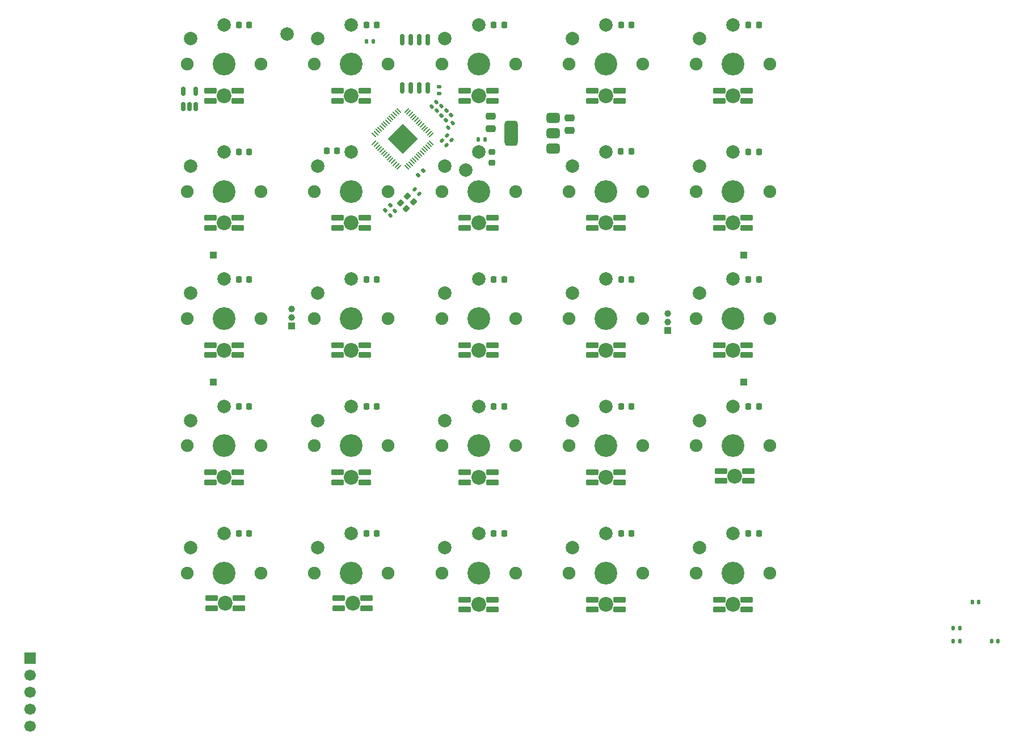
<source format=gbr>
%TF.GenerationSoftware,KiCad,Pcbnew,9.0.2*%
%TF.CreationDate,2026-01-24T20:07:03+01:00*%
%TF.ProjectId,Keymodule,4b65796d-6f64-4756-9c65-2e6b69636164,rev?*%
%TF.SameCoordinates,Original*%
%TF.FileFunction,Soldermask,Top*%
%TF.FilePolarity,Negative*%
%FSLAX46Y46*%
G04 Gerber Fmt 4.6, Leading zero omitted, Abs format (unit mm)*
G04 Created by KiCad (PCBNEW 9.0.2) date 2026-01-24 20:07:03*
%MOMM*%
%LPD*%
G01*
G04 APERTURE LIST*
G04 Aperture macros list*
%AMRoundRect*
0 Rectangle with rounded corners*
0 $1 Rounding radius*
0 $2 $3 $4 $5 $6 $7 $8 $9 X,Y pos of 4 corners*
0 Add a 4 corners polygon primitive as box body*
4,1,4,$2,$3,$4,$5,$6,$7,$8,$9,$2,$3,0*
0 Add four circle primitives for the rounded corners*
1,1,$1+$1,$2,$3*
1,1,$1+$1,$4,$5*
1,1,$1+$1,$6,$7*
1,1,$1+$1,$8,$9*
0 Add four rect primitives between the rounded corners*
20,1,$1+$1,$2,$3,$4,$5,0*
20,1,$1+$1,$4,$5,$6,$7,0*
20,1,$1+$1,$6,$7,$8,$9,0*
20,1,$1+$1,$8,$9,$2,$3,0*%
%AMRotRect*
0 Rectangle, with rotation*
0 The origin of the aperture is its center*
0 $1 length*
0 $2 width*
0 $3 Rotation angle, in degrees counterclockwise*
0 Add horizontal line*
21,1,$1,$2,0,0,$3*%
G04 Aperture macros list end*
%ADD10RoundRect,0.218750X-0.218750X-0.256250X0.218750X-0.256250X0.218750X0.256250X-0.218750X0.256250X0*%
%ADD11C,2.200000*%
%ADD12RoundRect,0.123000X-0.777000X-0.287000X0.777000X-0.287000X0.777000X0.287000X-0.777000X0.287000X0*%
%ADD13RoundRect,0.150000X0.150000X-0.512500X0.150000X0.512500X-0.150000X0.512500X-0.150000X-0.512500X0*%
%ADD14RoundRect,0.140000X0.219203X0.021213X0.021213X0.219203X-0.219203X-0.021213X-0.021213X-0.219203X0*%
%ADD15R,1.000000X1.000000*%
%ADD16C,1.000000*%
%ADD17RoundRect,0.050000X-0.309359X0.238649X0.238649X-0.309359X0.309359X-0.238649X-0.238649X0.309359X0*%
%ADD18RoundRect,0.050000X-0.309359X-0.238649X-0.238649X-0.309359X0.309359X0.238649X0.238649X0.309359X0*%
%ADD19RotRect,3.200000X3.200000X315.000000*%
%ADD20RoundRect,0.140000X0.021213X-0.219203X0.219203X-0.021213X-0.021213X0.219203X-0.219203X0.021213X0*%
%ADD21RoundRect,0.375000X0.625000X0.375000X-0.625000X0.375000X-0.625000X-0.375000X0.625000X-0.375000X0*%
%ADD22RoundRect,0.500000X0.500000X1.400000X-0.500000X1.400000X-0.500000X-1.400000X0.500000X-1.400000X0*%
%ADD23RoundRect,0.218750X-0.256250X0.218750X-0.256250X-0.218750X0.256250X-0.218750X0.256250X0.218750X0*%
%ADD24RoundRect,0.140000X-0.021213X0.219203X-0.219203X0.021213X0.021213X-0.219203X0.219203X-0.021213X0*%
%ADD25RoundRect,0.162500X-0.162500X0.650000X-0.162500X-0.650000X0.162500X-0.650000X0.162500X0.650000X0*%
%ADD26RoundRect,0.135000X-0.135000X-0.185000X0.135000X-0.185000X0.135000X0.185000X-0.135000X0.185000X0*%
%ADD27RoundRect,0.140000X-0.140000X-0.170000X0.140000X-0.170000X0.140000X0.170000X-0.140000X0.170000X0*%
%ADD28C,2.000000*%
%ADD29RoundRect,0.135000X0.035355X-0.226274X0.226274X-0.035355X-0.035355X0.226274X-0.226274X0.035355X0*%
%ADD30RoundRect,0.140000X-0.219203X-0.021213X-0.021213X-0.219203X0.219203X0.021213X0.021213X0.219203X0*%
%ADD31RoundRect,0.218750X0.218750X0.256250X-0.218750X0.256250X-0.218750X-0.256250X0.218750X-0.256250X0*%
%ADD32R,1.700000X1.700000*%
%ADD33C,1.700000*%
%ADD34RoundRect,0.250000X0.475000X-0.250000X0.475000X0.250000X-0.475000X0.250000X-0.475000X-0.250000X0*%
%ADD35RoundRect,0.200000X-0.035355X-0.318198X0.318198X0.035355X0.035355X0.318198X-0.318198X-0.035355X0*%
%ADD36RoundRect,0.140000X0.170000X-0.140000X0.170000X0.140000X-0.170000X0.140000X-0.170000X-0.140000X0*%
%ADD37RoundRect,0.250000X-0.475000X0.250000X-0.475000X-0.250000X0.475000X-0.250000X0.475000X0.250000X0*%
%ADD38C,1.900000*%
%ADD39C,3.400000*%
G04 APERTURE END LIST*
D10*
%TO.C,D16*%
X102262500Y-113120000D03*
X103837500Y-113120000D03*
%TD*%
D11*
%TO.C,L3*%
X100000000Y-66700000D03*
D12*
X102040000Y-65950000D03*
X102040000Y-67450000D03*
X97960000Y-67450000D03*
X97960000Y-65950000D03*
%TD*%
D10*
%TO.C,D17*%
X102262500Y-132120000D03*
X103837500Y-132120000D03*
%TD*%
D13*
%TO.C,U2*%
X55900000Y-68300000D03*
X56850000Y-68300000D03*
X57800000Y-68300000D03*
X57800000Y-66025000D03*
X55900000Y-66025000D03*
%TD*%
D14*
%TO.C,C13*%
X91165757Y-81393827D03*
X90486935Y-80715005D03*
%TD*%
D10*
%TO.C,D21*%
X83262500Y-113120000D03*
X84837500Y-113120000D03*
%TD*%
D11*
%TO.C,L11*%
X62000000Y-104700000D03*
D12*
X64040000Y-103950000D03*
X64040000Y-105450000D03*
X59960000Y-105450000D03*
X59960000Y-103950000D03*
%TD*%
D15*
%TO.C,J3*%
X72100000Y-101100000D03*
D16*
X72100000Y-99830000D03*
X72100000Y-98560000D03*
%TD*%
D15*
%TO.C,J5*%
X139600000Y-109500000D03*
%TD*%
D17*
%TO.C,U1*%
X88087169Y-68885787D03*
X87804326Y-69168630D03*
X87521484Y-69451472D03*
X87238641Y-69734315D03*
X86955798Y-70017158D03*
X86672956Y-70300000D03*
X86390113Y-70582843D03*
X86107270Y-70865686D03*
X85824427Y-71148529D03*
X85541585Y-71431371D03*
X85258742Y-71714214D03*
X84975899Y-71997057D03*
X84693057Y-72279899D03*
X84410214Y-72562742D03*
D18*
X84410214Y-73747146D03*
X84693057Y-74029989D03*
X84975899Y-74312831D03*
X85258742Y-74595674D03*
X85541585Y-74878517D03*
X85824427Y-75161359D03*
X86107270Y-75444202D03*
X86390113Y-75727045D03*
X86672956Y-76009888D03*
X86955798Y-76292730D03*
X87238641Y-76575573D03*
X87521484Y-76858416D03*
X87804326Y-77141258D03*
X88087169Y-77424101D03*
D17*
X89271573Y-77424101D03*
X89554416Y-77141258D03*
X89837258Y-76858416D03*
X90120101Y-76575573D03*
X90402944Y-76292730D03*
X90685786Y-76009888D03*
X90968629Y-75727045D03*
X91251472Y-75444202D03*
X91534315Y-75161359D03*
X91817157Y-74878517D03*
X92100000Y-74595674D03*
X92382843Y-74312831D03*
X92665685Y-74029989D03*
X92948528Y-73747146D03*
D18*
X92948528Y-72562742D03*
X92665685Y-72279899D03*
X92382843Y-71997057D03*
X92100000Y-71714214D03*
X91817157Y-71431371D03*
X91534315Y-71148529D03*
X91251472Y-70865686D03*
X90968629Y-70582843D03*
X90685786Y-70300000D03*
X90402944Y-70017158D03*
X90120101Y-69734315D03*
X89837258Y-69451472D03*
X89554416Y-69168630D03*
X89271573Y-68885787D03*
D19*
X88679371Y-73154944D03*
%TD*%
D10*
%TO.C,D26*%
X64212500Y-113120000D03*
X65787500Y-113120000D03*
%TD*%
D20*
%TO.C,C11*%
X93000549Y-68302396D03*
X93679371Y-67623574D03*
%TD*%
D11*
%TO.C,L19*%
X119000000Y-123700000D03*
D12*
X121040000Y-122950000D03*
X121040000Y-124450000D03*
X116960000Y-124450000D03*
X116960000Y-122950000D03*
%TD*%
D10*
%TO.C,D13*%
X102262500Y-56120000D03*
X103837500Y-56120000D03*
%TD*%
%TO.C,D5*%
X140262500Y-94120000D03*
X141837500Y-94120000D03*
%TD*%
%TO.C,D7*%
X140262500Y-132120000D03*
X141837500Y-132120000D03*
%TD*%
D21*
%TO.C,U3*%
X111150000Y-74600000D03*
X111150000Y-72300000D03*
D22*
X104850000Y-72300000D03*
D21*
X111150000Y-70000000D03*
%TD*%
D11*
%TO.C,L7*%
X81000000Y-85700000D03*
D12*
X83040000Y-84950000D03*
X83040000Y-86450000D03*
X78960000Y-86450000D03*
X78960000Y-84950000D03*
%TD*%
D11*
%TO.C,L24*%
X119000000Y-142700000D03*
D12*
X121040000Y-141950000D03*
X121040000Y-143450000D03*
X116960000Y-143450000D03*
X116960000Y-141950000D03*
%TD*%
D10*
%TO.C,D20*%
X83262500Y-94120000D03*
X84837500Y-94120000D03*
%TD*%
D11*
%TO.C,L14*%
X119000000Y-104700000D03*
D12*
X121040000Y-103950000D03*
X121040000Y-105450000D03*
X116960000Y-105450000D03*
X116960000Y-103950000D03*
%TD*%
D11*
%TO.C,L20*%
X138200000Y-123500000D03*
D12*
X140240000Y-122750000D03*
X140240000Y-124250000D03*
X136160000Y-124250000D03*
X136160000Y-122750000D03*
%TD*%
D23*
%TO.C,D14*%
X102000000Y-75125000D03*
X102000000Y-76700000D03*
%TD*%
D10*
%TO.C,D3*%
X140262500Y-56120000D03*
X141837500Y-56120000D03*
%TD*%
D11*
%TO.C,L13*%
X100000000Y-104700000D03*
D12*
X102040000Y-103950000D03*
X102040000Y-105450000D03*
X97960000Y-105450000D03*
X97960000Y-103950000D03*
%TD*%
D11*
%TO.C,L15*%
X138000000Y-104700000D03*
D12*
X140040000Y-103950000D03*
X140040000Y-105450000D03*
X135960000Y-105450000D03*
X135960000Y-103950000D03*
%TD*%
D11*
%TO.C,L4*%
X119000000Y-66700000D03*
D12*
X121040000Y-65950000D03*
X121040000Y-67450000D03*
X116960000Y-67450000D03*
X116960000Y-65950000D03*
%TD*%
D24*
%TO.C,C12*%
X96179371Y-70823574D03*
X95500549Y-71502396D03*
%TD*%
D11*
%TO.C,L18*%
X100000000Y-123700000D03*
D12*
X102040000Y-122950000D03*
X102040000Y-124450000D03*
X97960000Y-124450000D03*
X97960000Y-122950000D03*
%TD*%
D10*
%TO.C,D15*%
X102262500Y-94120000D03*
X103837500Y-94120000D03*
%TD*%
D15*
%TO.C,J4*%
X139600000Y-90500000D03*
%TD*%
D11*
%TO.C,L8*%
X100000000Y-85700000D03*
D12*
X102040000Y-84950000D03*
X102040000Y-86450000D03*
X97960000Y-86450000D03*
X97960000Y-84950000D03*
%TD*%
D15*
%TO.C,J1*%
X60400000Y-90500000D03*
%TD*%
D11*
%TO.C,L17*%
X81000000Y-123700000D03*
D12*
X83040000Y-122950000D03*
X83040000Y-124450000D03*
X78960000Y-124450000D03*
X78960000Y-122950000D03*
%TD*%
D25*
%TO.C,U4*%
X92410304Y-58338224D03*
X91140304Y-58338224D03*
X89870304Y-58338224D03*
X88600304Y-58338224D03*
X88600304Y-65513224D03*
X89870304Y-65513224D03*
X91140304Y-65513224D03*
X92410304Y-65513224D03*
%TD*%
D26*
%TO.C,R3*%
X99980000Y-73200000D03*
X101000000Y-73200000D03*
%TD*%
D11*
%TO.C,L22*%
X81200000Y-142500000D03*
D12*
X83240000Y-141750000D03*
X83240000Y-143250000D03*
X79160000Y-143250000D03*
X79160000Y-141750000D03*
%TD*%
D10*
%TO.C,D22*%
X83262500Y-132120000D03*
X84837500Y-132120000D03*
%TD*%
D27*
%TO.C,C8*%
X173710000Y-142290000D03*
X174670000Y-142290000D03*
%TD*%
D28*
%TO.C,TP2*%
X71400000Y-57500000D03*
%TD*%
D10*
%TO.C,D10*%
X121262500Y-94120000D03*
X122837500Y-94120000D03*
%TD*%
D29*
%TO.C,R6*%
X94458123Y-69644821D03*
X95179371Y-68923573D03*
%TD*%
D10*
%TO.C,D25*%
X64212500Y-94120000D03*
X65787500Y-94120000D03*
%TD*%
D27*
%TO.C,C15*%
X176580000Y-148200000D03*
X177540000Y-148200000D03*
%TD*%
D10*
%TO.C,D23*%
X64212500Y-56120000D03*
X65787500Y-56120000D03*
%TD*%
D11*
%TO.C,L10*%
X138000000Y-85700000D03*
D12*
X140040000Y-84950000D03*
X140040000Y-86450000D03*
X135960000Y-86450000D03*
X135960000Y-84950000D03*
%TD*%
D11*
%TO.C,L21*%
X62200000Y-142500000D03*
D12*
X64240000Y-141750000D03*
X64240000Y-143250000D03*
X60160000Y-143250000D03*
X60160000Y-141750000D03*
%TD*%
D10*
%TO.C,D50*%
X64212500Y-132120000D03*
X65787500Y-132120000D03*
%TD*%
%TO.C,D18*%
X83262500Y-56120000D03*
X84837500Y-56120000D03*
%TD*%
D30*
%TO.C,C4*%
X94500549Y-73444752D03*
X95179371Y-74123574D03*
%TD*%
D10*
%TO.C,D11*%
X121262500Y-113120000D03*
X122837500Y-113120000D03*
%TD*%
%TO.C,D4*%
X140262500Y-75120000D03*
X141837500Y-75120000D03*
%TD*%
D11*
%TO.C,L23*%
X100000000Y-142700000D03*
D12*
X102040000Y-141950000D03*
X102040000Y-143450000D03*
X97960000Y-143450000D03*
X97960000Y-141950000D03*
%TD*%
D30*
%TO.C,C9*%
X95300549Y-72644751D03*
X95979371Y-73323573D03*
%TD*%
D31*
%TO.C,D19*%
X78900000Y-74900000D03*
X77325000Y-74900000D03*
%TD*%
D20*
%TO.C,C5*%
X93800549Y-68902396D03*
X94479371Y-68223574D03*
%TD*%
D26*
%TO.C,R2*%
X83290000Y-58600000D03*
X84310000Y-58600000D03*
%TD*%
D11*
%TO.C,L9*%
X119000000Y-85700000D03*
D12*
X121040000Y-84950000D03*
X121040000Y-86450000D03*
X116960000Y-86450000D03*
X116960000Y-84950000D03*
%TD*%
D32*
%TO.C,J11*%
X33070000Y-150750000D03*
D33*
X33070000Y-153290000D03*
X33070000Y-155830000D03*
X33070000Y-158370000D03*
X33070000Y-160910000D03*
%TD*%
D34*
%TO.C,C1*%
X113600000Y-71900000D03*
X113600000Y-70000000D03*
%TD*%
D29*
%TO.C,R4*%
X91000000Y-78600000D03*
X91721248Y-77878752D03*
%TD*%
D35*
%TO.C,Y1*%
X89200000Y-83600000D03*
X90260660Y-82539340D03*
X89412132Y-81690812D03*
X88351472Y-82751472D03*
%TD*%
D24*
%TO.C,C14*%
X87545370Y-83911128D03*
X86866548Y-84589950D03*
%TD*%
D10*
%TO.C,D6*%
X140262500Y-113120000D03*
X141837500Y-113120000D03*
%TD*%
D11*
%TO.C,L6*%
X62000000Y-85700000D03*
D12*
X64040000Y-84950000D03*
X64040000Y-86450000D03*
X59960000Y-86450000D03*
X59960000Y-84950000D03*
%TD*%
D29*
%TO.C,R5*%
X86088731Y-83812132D03*
X86809979Y-83090884D03*
%TD*%
D11*
%TO.C,L5*%
X138000000Y-66700000D03*
D12*
X140040000Y-65950000D03*
X140040000Y-67450000D03*
X135960000Y-67450000D03*
X135960000Y-65950000D03*
%TD*%
D36*
%TO.C,C10*%
X94150000Y-66350000D03*
X94150000Y-65390000D03*
%TD*%
D27*
%TO.C,C6*%
X170840000Y-146230000D03*
X171800000Y-146230000D03*
%TD*%
D37*
%TO.C,C2*%
X101850000Y-69750000D03*
X101850000Y-71650000D03*
%TD*%
D11*
%TO.C,L2*%
X81000000Y-66700000D03*
D12*
X83040000Y-65950000D03*
X83040000Y-67450000D03*
X78960000Y-67450000D03*
X78960000Y-65950000D03*
%TD*%
D10*
%TO.C,D12*%
X121262500Y-132120000D03*
X122837500Y-132120000D03*
%TD*%
%TO.C,D9*%
X121200000Y-75000000D03*
X122775000Y-75000000D03*
%TD*%
%TO.C,D8*%
X121262500Y-56120000D03*
X122837500Y-56120000D03*
%TD*%
D29*
%TO.C,R7*%
X95158123Y-70323574D03*
X95879371Y-69602326D03*
%TD*%
D11*
%TO.C,L12*%
X81000000Y-104700000D03*
D12*
X83040000Y-103950000D03*
X83040000Y-105450000D03*
X78960000Y-105450000D03*
X78960000Y-103950000D03*
%TD*%
D10*
%TO.C,D24*%
X64212500Y-75120000D03*
X65787500Y-75120000D03*
%TD*%
D27*
%TO.C,C7*%
X170840000Y-148200000D03*
X171800000Y-148200000D03*
%TD*%
D11*
%TO.C,L1*%
X62000000Y-66700000D03*
D12*
X64040000Y-65950000D03*
X64040000Y-67450000D03*
X59960000Y-67450000D03*
X59960000Y-65950000D03*
%TD*%
D11*
%TO.C,L16*%
X62000000Y-123700000D03*
D12*
X64040000Y-122950000D03*
X64040000Y-124450000D03*
X59960000Y-124450000D03*
X59960000Y-122950000D03*
%TD*%
D28*
%TO.C,TP1*%
X98100000Y-77800000D03*
%TD*%
D11*
%TO.C,L25*%
X138000000Y-142700000D03*
D12*
X140040000Y-141950000D03*
X140040000Y-143450000D03*
X135960000Y-143450000D03*
X135960000Y-141950000D03*
%TD*%
D15*
%TO.C,J2*%
X60400000Y-109500000D03*
%TD*%
D38*
%TO.C,M_SW18*%
X86500000Y-100000000D03*
D39*
X81000000Y-100000000D03*
D38*
X75500000Y-100000000D03*
D28*
X81000000Y-94100000D03*
X76000000Y-96200000D03*
%TD*%
D38*
%TO.C,M_SW2*%
X143500000Y-81000000D03*
D39*
X138000000Y-81000000D03*
D38*
X132500000Y-81000000D03*
D28*
X138000000Y-75100000D03*
X133000000Y-77200000D03*
%TD*%
D38*
%TO.C,M_SW21*%
X67500000Y-62000000D03*
D39*
X62000000Y-62000000D03*
D38*
X56500000Y-62000000D03*
D28*
X62000000Y-56100000D03*
X57000000Y-58200000D03*
%TD*%
D38*
%TO.C,M_SW20*%
X86500000Y-138000000D03*
D39*
X81000000Y-138000000D03*
D38*
X75500000Y-138000000D03*
D28*
X81000000Y-132100000D03*
X76000000Y-134200000D03*
%TD*%
D38*
%TO.C,M_SW9*%
X124500000Y-119000000D03*
D39*
X119000000Y-119000000D03*
D38*
X113500000Y-119000000D03*
D28*
X119000000Y-113100000D03*
X114000000Y-115200000D03*
%TD*%
D38*
%TO.C,M_SW6*%
X124500000Y-62000000D03*
D39*
X119000000Y-62000000D03*
D38*
X113500000Y-62000000D03*
D28*
X119000000Y-56100000D03*
X114000000Y-58200000D03*
%TD*%
D38*
%TO.C,M_SW5*%
X143500000Y-138000000D03*
D39*
X138000000Y-138000000D03*
D38*
X132500000Y-138000000D03*
D28*
X138000000Y-132100000D03*
X133000000Y-134200000D03*
%TD*%
D38*
%TO.C,M_SW19*%
X86500000Y-119000000D03*
D39*
X81000000Y-119000000D03*
D38*
X75500000Y-119000000D03*
D28*
X81000000Y-113100000D03*
X76000000Y-115200000D03*
%TD*%
D38*
%TO.C,M_SW8*%
X124500000Y-100000000D03*
D39*
X119000000Y-100000000D03*
D38*
X113500000Y-100000000D03*
D28*
X119000000Y-94100000D03*
X114000000Y-96200000D03*
%TD*%
D38*
%TO.C,M_SW12*%
X105500000Y-81000000D03*
D39*
X100000000Y-81000000D03*
D38*
X94500000Y-81000000D03*
D28*
X100000000Y-75100000D03*
X95000000Y-77200000D03*
%TD*%
D38*
%TO.C,M_SW23*%
X67500000Y-100000000D03*
D39*
X62000000Y-100000000D03*
D38*
X56500000Y-100000000D03*
D28*
X62000000Y-94100000D03*
X57000000Y-96200000D03*
%TD*%
D38*
%TO.C,M_SW11*%
X105500000Y-62000000D03*
D39*
X100000000Y-62000000D03*
D38*
X94500000Y-62000000D03*
D28*
X100000000Y-56100000D03*
X95000000Y-58200000D03*
%TD*%
D38*
%TO.C,M_SW16*%
X86500000Y-62000000D03*
D39*
X81000000Y-62000000D03*
D38*
X75500000Y-62000000D03*
D28*
X81000000Y-56100000D03*
X76000000Y-58200000D03*
%TD*%
D38*
%TO.C,M_SW7*%
X124500000Y-81000000D03*
D39*
X119000000Y-81000000D03*
D38*
X113500000Y-81000000D03*
D28*
X119000000Y-75100000D03*
X114000000Y-77200000D03*
%TD*%
D38*
%TO.C,M_SW3*%
X143500000Y-100000000D03*
D39*
X138000000Y-100000000D03*
D38*
X132500000Y-100000000D03*
D28*
X138000000Y-94100000D03*
X133000000Y-96200000D03*
%TD*%
D38*
%TO.C,M_SW24*%
X67500000Y-119000000D03*
D39*
X62000000Y-119000000D03*
D38*
X56500000Y-119000000D03*
D28*
X62000000Y-113100000D03*
X57000000Y-115200000D03*
%TD*%
D38*
%TO.C,M_SW14*%
X105500000Y-119000000D03*
D39*
X100000000Y-119000000D03*
D38*
X94500000Y-119000000D03*
D28*
X100000000Y-113100000D03*
X95000000Y-115200000D03*
%TD*%
D15*
%TO.C,J6*%
X128200000Y-101740000D03*
D16*
X128200000Y-100470000D03*
X128200000Y-99200000D03*
%TD*%
D38*
%TO.C,M_SW25*%
X67500000Y-138000000D03*
D39*
X62000000Y-138000000D03*
D38*
X56500000Y-138000000D03*
D28*
X62000000Y-132100000D03*
X57000000Y-134200000D03*
%TD*%
D38*
%TO.C,M_SW15*%
X105500000Y-138000000D03*
D39*
X100000000Y-138000000D03*
D38*
X94500000Y-138000000D03*
D28*
X100000000Y-132100000D03*
X95000000Y-134200000D03*
%TD*%
D38*
%TO.C,M_SW4*%
X143500000Y-119000000D03*
D39*
X138000000Y-119000000D03*
D38*
X132500000Y-119000000D03*
D28*
X138000000Y-113100000D03*
X133000000Y-115200000D03*
%TD*%
D38*
%TO.C,M_SW13*%
X105500000Y-100000000D03*
D39*
X100000000Y-100000000D03*
D38*
X94500000Y-100000000D03*
D28*
X100000000Y-94100000D03*
X95000000Y-96200000D03*
%TD*%
D38*
%TO.C,M_SW1*%
X143500000Y-62000000D03*
D39*
X138000000Y-62000000D03*
D38*
X132500000Y-62000000D03*
D28*
X138000000Y-56100000D03*
X133000000Y-58200000D03*
%TD*%
D38*
%TO.C,M_SW10*%
X124500000Y-138000000D03*
D39*
X119000000Y-138000000D03*
D38*
X113500000Y-138000000D03*
D28*
X119000000Y-132100000D03*
X114000000Y-134200000D03*
%TD*%
D38*
%TO.C,M_SW17*%
X86500000Y-81000000D03*
D39*
X81000000Y-81000000D03*
D38*
X75500000Y-81000000D03*
D28*
X81000000Y-75100000D03*
X76000000Y-77200000D03*
%TD*%
D38*
%TO.C,M_SW22*%
X67500000Y-81000000D03*
D39*
X62000000Y-81000000D03*
D38*
X56500000Y-81000000D03*
D28*
X62000000Y-75100000D03*
X57000000Y-77200000D03*
%TD*%
M02*

</source>
